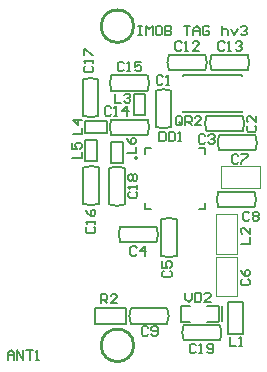
<source format=gto>
G04*
G04 #@! TF.GenerationSoftware,Altium Limited,Altium Designer,18.1.7 (191)*
G04*
G04 Layer_Color=65535*
%FSLAX24Y24*%
%MOIN*%
G70*
G01*
G75*
%ADD10C,0.0100*%
%ADD11C,0.0070*%
%ADD12C,0.0079*%
%ADD13C,0.0050*%
%ADD14C,0.0039*%
%ADD15R,0.0100X0.0576*%
D10*
X70079Y26969D02*
G03*
X70079Y26969I-542J0D01*
G01*
Y16329D02*
G03*
X70079Y16329I-542J0D01*
G01*
D11*
X72957Y16497D02*
G03*
X72956Y17008I-609J255D01*
G01*
X71749D02*
G03*
X71749Y16497I608J-256D01*
G01*
X72929Y23335D02*
G03*
X72930Y22825I609J-255D01*
G01*
X74137D02*
G03*
X74137Y23335I-608J256D01*
G01*
X71194Y17057D02*
G03*
X71194Y17568I-608J256D01*
G01*
X69986D02*
G03*
X69987Y17057I609J-255D01*
G01*
X69338Y25325D02*
G03*
X69337Y24814I608J-256D01*
G01*
X70545D02*
G03*
X70545Y25325I-609J255D01*
G01*
X70541Y23347D02*
G03*
X70541Y23857I-608J256D01*
G01*
X69334D02*
G03*
X69334Y23347I609J-255D01*
G01*
X69783Y22237D02*
G03*
X69273Y22237I-256J-608D01*
G01*
Y21030D02*
G03*
X69783Y21030I255J609D01*
G01*
X68396Y23984D02*
G03*
X68906Y23983I256J608D01*
G01*
Y25191D02*
G03*
X68396Y25190I-255J-609D01*
G01*
X73881Y25502D02*
G03*
X73881Y26013I-608J256D01*
G01*
X72673D02*
G03*
X72674Y25502I609J-255D01*
G01*
X68917Y22257D02*
G03*
X68407Y22257I-256J-608D01*
G01*
Y21049D02*
G03*
X68917Y21050I255J609D01*
G01*
X71516Y20524D02*
G03*
X71005Y20525I-256J-608D01*
G01*
Y19317D02*
G03*
X71516Y19317I255J609D01*
G01*
X69633Y20285D02*
G03*
X69633Y19775I608J-256D01*
G01*
X70840D02*
G03*
X70840Y20285I-609J255D01*
G01*
X70817Y23610D02*
G03*
X71328Y23609I256J608D01*
G01*
Y24817D02*
G03*
X70817Y24816I-255J-609D01*
G01*
X71257Y26013D02*
G03*
X71257Y25502I608J-256D01*
G01*
X72464D02*
G03*
X72464Y26013I-609J255D01*
G01*
X74107Y20935D02*
G03*
X74107Y21446I-608J256D01*
G01*
X72900D02*
G03*
X72900Y20935I609J-255D01*
G01*
X72507Y23976D02*
G03*
X72507Y23466I608J-256D01*
G01*
X73714D02*
G03*
X73714Y23976I-609J255D01*
G01*
X73209Y16722D02*
Y17766D01*
X73720Y16722D02*
Y17766D01*
X73209D02*
X73720D01*
X73209Y16722D02*
X73720D01*
X71752Y17008D02*
X72953D01*
X71753Y16497D02*
X72953D01*
X72933Y22825D02*
X74134D01*
X72933Y23336D02*
X74133D01*
X69990Y17568D02*
X71190D01*
X69990Y17057D02*
X71191D01*
X68789D02*
X69833D01*
X68789Y17569D02*
X69833D01*
X68789Y17057D02*
Y17569D01*
X69833Y17057D02*
Y17569D01*
X69341Y24814D02*
X70541D01*
X69341Y25325D02*
X70541D01*
X69338Y23857D02*
X70538D01*
X69337Y23346D02*
X70538D01*
X69273Y21033D02*
Y22234D01*
X69783Y21033D02*
Y22234D01*
X68907Y23987D02*
Y25187D01*
X68396Y23986D02*
Y25187D01*
X72677Y26013D02*
X73877D01*
X72677Y25502D02*
X73878D01*
X68406Y21053D02*
Y22253D01*
X68917Y21053D02*
Y22254D01*
X71005Y19321D02*
Y20521D01*
X71516Y19321D02*
Y20522D01*
X69637Y19775D02*
X70837D01*
X69636Y20285D02*
X70837D01*
X71328Y23613D02*
Y24813D01*
X70817Y23612D02*
Y24813D01*
X71261Y25502D02*
X72461D01*
X71260Y26013D02*
X72461D01*
X72904Y21446D02*
X74104D01*
X72904Y20935D02*
X74104D01*
X72511Y23465D02*
X73711D01*
X72510Y23976D02*
X73711D01*
D12*
X70197Y22579D02*
G03*
X70197Y22579I-39J0D01*
G01*
X70079Y23996D02*
X70472D01*
X70079D02*
Y24705D01*
X70276D01*
X70472D01*
Y23996D02*
Y24705D01*
X69331Y23120D02*
X69724D01*
Y22411D02*
Y23120D01*
X69528Y22411D02*
X69724D01*
X69331D02*
X69528D01*
X69331D02*
Y23120D01*
X68474Y23415D02*
Y23809D01*
X69183D01*
Y23612D02*
Y23809D01*
Y23415D02*
Y23612D01*
X68474Y23415D02*
X69183D01*
X68463Y22461D02*
X68857D01*
X68463D02*
Y23169D01*
X68660D01*
X68857D01*
Y22461D02*
Y23169D01*
X73691Y24094D02*
Y24134D01*
X71722Y24094D02*
X73691D01*
X71722D02*
Y24134D01*
X73691Y25315D02*
Y25354D01*
X71722D02*
X73691D01*
X71722Y25315D02*
Y25354D01*
X70472Y20866D02*
X70659D01*
X70472D02*
Y21083D01*
Y22697D02*
Y22923D01*
X70482D01*
X70659D01*
X72274Y20866D02*
X72470D01*
Y21083D01*
Y22697D02*
Y22923D01*
X72274D02*
X72470D01*
X70237Y26978D02*
X70342D01*
X70290D01*
Y26663D01*
X70237D01*
X70342D01*
X70500D02*
Y26978D01*
X70605Y26873D01*
X70710Y26978D01*
Y26663D01*
X70972Y26978D02*
X70867D01*
X70815Y26926D01*
Y26716D01*
X70867Y26663D01*
X70972D01*
X71024Y26716D01*
Y26926D01*
X70972Y26978D01*
X71129D02*
Y26663D01*
X71287D01*
X71339Y26716D01*
Y26768D01*
X71287Y26821D01*
X71129D01*
X71287D01*
X71339Y26873D01*
Y26926D01*
X71287Y26978D01*
X71129D01*
X71759D02*
X71969D01*
X71864D01*
Y26663D01*
X72074D02*
Y26873D01*
X72179Y26978D01*
X72284Y26873D01*
Y26663D01*
Y26821D01*
X72074D01*
X72599Y26926D02*
X72546Y26978D01*
X72441D01*
X72389Y26926D01*
Y26716D01*
X72441Y26663D01*
X72546D01*
X72599Y26716D01*
Y26821D01*
X72494D01*
X73019Y26978D02*
Y26663D01*
Y26821D01*
X73071Y26873D01*
X73176D01*
X73229Y26821D01*
Y26663D01*
X73333Y26873D02*
X73438Y26663D01*
X73543Y26873D01*
X73648Y26926D02*
X73701Y26978D01*
X73806D01*
X73858Y26926D01*
Y26873D01*
X73806Y26821D01*
X73753D01*
X73806D01*
X73858Y26768D01*
Y26716D01*
X73806Y26663D01*
X73701D01*
X73648Y26716D01*
X73278Y16614D02*
Y16299D01*
X73487D01*
X73592D02*
X73697D01*
X73645D01*
Y16614D01*
X73592Y16562D01*
X65876Y15856D02*
Y16066D01*
X65981Y16171D01*
X66086Y16066D01*
Y15856D01*
Y16014D01*
X65876D01*
X66191Y15856D02*
Y16171D01*
X66401Y15856D01*
Y16171D01*
X66506D02*
X66716D01*
X66611D01*
Y15856D01*
X66821D02*
X66926D01*
X66873D01*
Y16171D01*
X66821Y16119D01*
X71805Y18090D02*
Y17881D01*
X71910Y17776D01*
X72015Y17881D01*
Y18090D01*
X72120D02*
Y17776D01*
X72277D01*
X72329Y17828D01*
Y18038D01*
X72277Y18090D01*
X72120D01*
X72644Y17776D02*
X72434D01*
X72644Y17986D01*
Y18038D01*
X72592Y18090D01*
X72487D01*
X72434Y18038D01*
X68996Y17726D02*
Y18041D01*
X69153D01*
X69206Y17989D01*
Y17884D01*
X69153Y17831D01*
X68996D01*
X69101D02*
X69206Y17726D01*
X69521D02*
X69311D01*
X69521Y17936D01*
Y17989D01*
X69468Y18041D01*
X69363D01*
X69311Y17989D01*
X71696Y23714D02*
Y23924D01*
X71644Y23976D01*
X71539D01*
X71486Y23924D01*
Y23714D01*
X71539Y23661D01*
X71644D01*
X71591Y23766D02*
X71696Y23661D01*
X71644D02*
X71696Y23714D01*
X71801Y23661D02*
Y23976D01*
X71959D01*
X72011Y23924D01*
Y23819D01*
X71959Y23766D01*
X71801D01*
X71906D02*
X72011Y23661D01*
X72326D02*
X72116D01*
X72326Y23871D01*
Y23924D01*
X72273Y23976D01*
X72168D01*
X72116Y23924D01*
X69843Y22726D02*
X70157D01*
Y22936D01*
X69843Y23251D02*
X69895Y23146D01*
X70000Y23041D01*
X70105D01*
X70157Y23094D01*
Y23199D01*
X70105Y23251D01*
X70053D01*
X70000Y23199D01*
Y23041D01*
X68030Y22559D02*
X68345D01*
Y22769D01*
X68030Y23084D02*
Y22874D01*
X68188D01*
X68135Y22979D01*
Y23031D01*
X68188Y23084D01*
X68293D01*
X68345Y23031D01*
Y22926D01*
X68293Y22874D01*
X68051Y23366D02*
X68366D01*
Y23576D01*
Y23838D02*
X68051D01*
X68209Y23681D01*
Y23891D01*
X69449Y24724D02*
Y24409D01*
X69659D01*
X69764Y24672D02*
X69816Y24724D01*
X69921D01*
X69974Y24672D01*
Y24619D01*
X69921Y24567D01*
X69869D01*
X69921D01*
X69974Y24514D01*
Y24462D01*
X69921Y24409D01*
X69816D01*
X69764Y24462D01*
X73652Y19724D02*
X73967D01*
Y19934D01*
Y20249D02*
Y20039D01*
X73757Y20249D01*
X73704D01*
X73652Y20197D01*
Y20092D01*
X73704Y20039D01*
X70935Y23445D02*
Y23130D01*
X71092D01*
X71145Y23182D01*
Y23392D01*
X71092Y23445D01*
X70935D01*
X71250D02*
Y23130D01*
X71407D01*
X71460Y23182D01*
Y23392D01*
X71407Y23445D01*
X71250D01*
X71565Y23130D02*
X71670D01*
X71617D01*
Y23445D01*
X71565Y23392D01*
X72159Y16325D02*
X72106Y16378D01*
X72001D01*
X71949Y16325D01*
Y16115D01*
X72001Y16063D01*
X72106D01*
X72159Y16115D01*
X72264Y16063D02*
X72369D01*
X72316D01*
Y16378D01*
X72264Y16325D01*
X72526Y16115D02*
X72579Y16063D01*
X72683D01*
X72736Y16115D01*
Y16325D01*
X72683Y16378D01*
X72579D01*
X72526Y16325D01*
Y16273D01*
X72579Y16220D01*
X72736D01*
X69944Y21450D02*
X69892Y21398D01*
Y21293D01*
X69944Y21240D01*
X70154D01*
X70207Y21293D01*
Y21398D01*
X70154Y21450D01*
X70207Y21555D02*
Y21660D01*
Y21607D01*
X69892D01*
X69944Y21555D01*
Y21817D02*
X69892Y21870D01*
Y21975D01*
X69944Y22027D01*
X69997D01*
X70049Y21975D01*
X70102Y22027D01*
X70154D01*
X70207Y21975D01*
Y21870D01*
X70154Y21817D01*
X70102D01*
X70049Y21870D01*
X69997Y21817D01*
X69944D01*
X70049Y21870D02*
Y21975D01*
X68468Y25643D02*
X68415Y25591D01*
Y25486D01*
X68468Y25433D01*
X68678D01*
X68730Y25486D01*
Y25591D01*
X68678Y25643D01*
X68730Y25748D02*
Y25853D01*
Y25800D01*
X68415D01*
X68468Y25748D01*
X68415Y26010D02*
Y26220D01*
X68468D01*
X68678Y26010D01*
X68730D01*
X68537Y20279D02*
X68484Y20226D01*
Y20121D01*
X68537Y20069D01*
X68747D01*
X68799Y20121D01*
Y20226D01*
X68747Y20279D01*
X68799Y20384D02*
Y20489D01*
Y20436D01*
X68484D01*
X68537Y20384D01*
X68484Y20856D02*
X68537Y20751D01*
X68642Y20646D01*
X68747D01*
X68799Y20699D01*
Y20804D01*
X68747Y20856D01*
X68694D01*
X68642Y20804D01*
Y20646D01*
X69757Y25725D02*
X69705Y25777D01*
X69600D01*
X69547Y25725D01*
Y25515D01*
X69600Y25463D01*
X69705D01*
X69757Y25515D01*
X69862Y25463D02*
X69967D01*
X69915D01*
Y25777D01*
X69862Y25725D01*
X70334Y25777D02*
X70124D01*
Y25620D01*
X70229Y25673D01*
X70282D01*
X70334Y25620D01*
Y25515D01*
X70282Y25463D01*
X70177D01*
X70124Y25515D01*
X69331Y24249D02*
X69278Y24301D01*
X69173D01*
X69121Y24249D01*
Y24039D01*
X69173Y23986D01*
X69278D01*
X69331Y24039D01*
X69436Y23986D02*
X69541D01*
X69488D01*
Y24301D01*
X69436Y24249D01*
X69856Y23986D02*
Y24301D01*
X69698Y24144D01*
X69908D01*
X73113Y26414D02*
X73061Y26466D01*
X72956D01*
X72904Y26414D01*
Y26204D01*
X72956Y26152D01*
X73061D01*
X73113Y26204D01*
X73218Y26152D02*
X73323D01*
X73271D01*
Y26466D01*
X73218Y26414D01*
X73481D02*
X73533Y26466D01*
X73638D01*
X73691Y26414D01*
Y26361D01*
X73638Y26309D01*
X73586D01*
X73638D01*
X73691Y26257D01*
Y26204D01*
X73638Y26152D01*
X73533D01*
X73481Y26204D01*
X71676Y26414D02*
X71624Y26466D01*
X71519D01*
X71467Y26414D01*
Y26204D01*
X71519Y26152D01*
X71624D01*
X71676Y26204D01*
X71781Y26152D02*
X71886D01*
X71834D01*
Y26466D01*
X71781Y26414D01*
X72254Y26152D02*
X72044D01*
X72254Y26361D01*
Y26414D01*
X72201Y26466D01*
X72096D01*
X72044Y26414D01*
X70564Y16906D02*
X70512Y16959D01*
X70407D01*
X70354Y16906D01*
Y16696D01*
X70407Y16644D01*
X70512D01*
X70564Y16696D01*
X70669D02*
X70722Y16644D01*
X70827D01*
X70879Y16696D01*
Y16906D01*
X70827Y16959D01*
X70722D01*
X70669Y16906D01*
Y16854D01*
X70722Y16801D01*
X70879D01*
X73940Y20735D02*
X73888Y20787D01*
X73783D01*
X73730Y20735D01*
Y20525D01*
X73783Y20472D01*
X73888D01*
X73940Y20525D01*
X74045Y20735D02*
X74098Y20787D01*
X74203D01*
X74255Y20735D01*
Y20682D01*
X74203Y20630D01*
X74255Y20577D01*
Y20525D01*
X74203Y20472D01*
X74098D01*
X74045Y20525D01*
Y20577D01*
X74098Y20630D01*
X74045Y20682D01*
Y20735D01*
X74098Y20630D02*
X74203D01*
X73566Y22644D02*
X73514Y22697D01*
X73409D01*
X73356Y22644D01*
Y22434D01*
X73409Y22382D01*
X73514D01*
X73566Y22434D01*
X73671Y22697D02*
X73881D01*
Y22644D01*
X73671Y22434D01*
Y22382D01*
X73694Y18537D02*
X73642Y18484D01*
Y18379D01*
X73694Y18327D01*
X73904D01*
X73957Y18379D01*
Y18484D01*
X73904Y18537D01*
X73642Y18852D02*
X73694Y18747D01*
X73799Y18642D01*
X73904D01*
X73957Y18694D01*
Y18799D01*
X73904Y18852D01*
X73852D01*
X73799Y18799D01*
Y18642D01*
X71090Y18812D02*
X71037Y18760D01*
Y18655D01*
X71090Y18602D01*
X71300D01*
X71352Y18655D01*
Y18760D01*
X71300Y18812D01*
X71037Y19127D02*
Y18917D01*
X71195D01*
X71142Y19022D01*
Y19075D01*
X71195Y19127D01*
X71300D01*
X71352Y19075D01*
Y18970D01*
X71300Y18917D01*
X70180Y19573D02*
X70128Y19626D01*
X70023D01*
X69970Y19573D01*
Y19363D01*
X70023Y19311D01*
X70128D01*
X70180Y19363D01*
X70443Y19311D02*
Y19626D01*
X70285Y19468D01*
X70495D01*
X72464Y23314D02*
X72411Y23366D01*
X72306D01*
X72254Y23314D01*
Y23104D01*
X72306Y23051D01*
X72411D01*
X72464Y23104D01*
X72569Y23314D02*
X72621Y23366D01*
X72726D01*
X72779Y23314D01*
Y23261D01*
X72726Y23209D01*
X72674D01*
X72726D01*
X72779Y23156D01*
Y23104D01*
X72726Y23051D01*
X72621D01*
X72569Y23104D01*
X73901Y23655D02*
X73849Y23602D01*
Y23497D01*
X73901Y23445D01*
X74111D01*
X74163Y23497D01*
Y23602D01*
X74111Y23655D01*
X74163Y23970D02*
Y23760D01*
X73953Y23970D01*
X73901D01*
X73849Y23917D01*
Y23812D01*
X73901Y23760D01*
X71056Y25272D02*
X71004Y25325D01*
X70899D01*
X70846Y25272D01*
Y25062D01*
X70899Y25010D01*
X71004D01*
X71056Y25062D01*
X71161Y25010D02*
X71266D01*
X71214D01*
Y25325D01*
X71161Y25272D01*
D13*
X72878Y17648D02*
X72917Y17608D01*
Y17136D02*
Y17608D01*
X72523Y17096D02*
X72878D01*
X72523Y17648D02*
X72878D01*
X71657Y17096D02*
Y17648D01*
X71972D01*
X72878Y17096D02*
X72917Y17136D01*
X71657Y17096D02*
X71972D01*
D14*
X72992Y22293D02*
X74291D01*
X72992Y21585D02*
X74291D01*
X72992D02*
Y22293D01*
X74291Y21585D02*
Y22293D01*
X73526Y19378D02*
Y20693D01*
X72825Y19378D02*
Y20693D01*
Y19378D02*
X73526D01*
X72825Y20693D02*
X73526D01*
X73533Y17978D02*
Y19278D01*
X72825Y17978D02*
Y19278D01*
X73533D01*
X72825Y17978D02*
X73533D01*
D15*
X73026Y17370D02*
D03*
M02*

</source>
